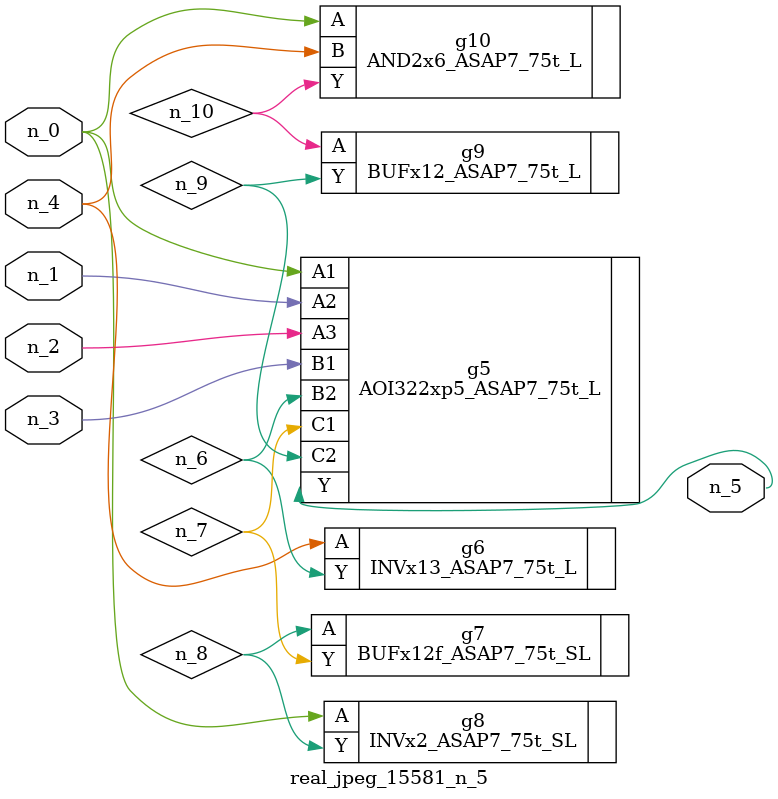
<source format=v>
module real_jpeg_15581_n_5 (n_4, n_0, n_1, n_2, n_3, n_5);

input n_4;
input n_0;
input n_1;
input n_2;
input n_3;

output n_5;

wire n_8;
wire n_6;
wire n_7;
wire n_10;
wire n_9;

AOI322xp5_ASAP7_75t_L g5 ( 
.A1(n_0),
.A2(n_1),
.A3(n_2),
.B1(n_3),
.B2(n_6),
.C1(n_7),
.C2(n_9),
.Y(n_5)
);

INVx2_ASAP7_75t_SL g8 ( 
.A(n_0),
.Y(n_8)
);

AND2x6_ASAP7_75t_L g10 ( 
.A(n_0),
.B(n_4),
.Y(n_10)
);

INVx13_ASAP7_75t_L g6 ( 
.A(n_4),
.Y(n_6)
);

BUFx12f_ASAP7_75t_SL g7 ( 
.A(n_8),
.Y(n_7)
);

BUFx12_ASAP7_75t_L g9 ( 
.A(n_10),
.Y(n_9)
);


endmodule
</source>
